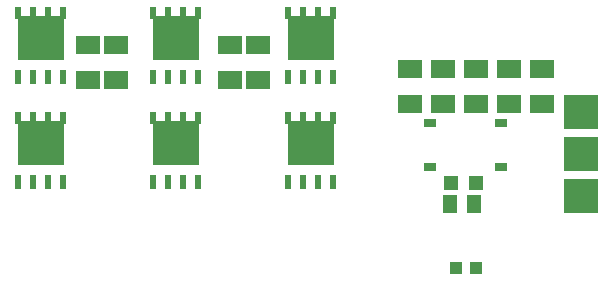
<source format=gbr>
G04 EAGLE Gerber RS-274X export*
G75*
%MOMM*%
%FSLAX34Y34*%
%LPD*%
%INSolderpaste Bottom*%
%IPPOS*%
%AMOC8*
5,1,8,0,0,1.08239X$1,22.5*%
G01*
%ADD10R,0.610000X1.270000*%
%ADD11R,0.610000X1.020000*%
%ADD12R,3.910000X3.810000*%
%ADD13R,1.000000X1.100000*%
%ADD14R,2.000000X1.500000*%
%ADD15R,3.000000X3.000000*%
%ADD16R,1.300000X1.600000*%
%ADD17R,1.200000X1.200000*%
%ADD18R,1.000000X0.700000*%


D10*
X340360Y191740D03*
X327660Y191740D03*
X314960Y191740D03*
X302260Y191740D03*
D11*
X302260Y246390D03*
X314960Y246390D03*
X327660Y246390D03*
X340360Y246390D03*
D12*
X321310Y225340D03*
D10*
X340360Y102840D03*
X327660Y102840D03*
X314960Y102840D03*
X302260Y102840D03*
D11*
X302260Y157490D03*
X314960Y157490D03*
X327660Y157490D03*
X340360Y157490D03*
D12*
X321310Y136440D03*
D10*
X226060Y191740D03*
X213360Y191740D03*
X200660Y191740D03*
X187960Y191740D03*
D11*
X187960Y246390D03*
X200660Y246390D03*
X213360Y246390D03*
X226060Y246390D03*
D12*
X207010Y225340D03*
D10*
X226060Y102840D03*
X213360Y102840D03*
X200660Y102840D03*
X187960Y102840D03*
D11*
X187960Y157490D03*
X200660Y157490D03*
X213360Y157490D03*
X226060Y157490D03*
D12*
X207010Y136440D03*
D10*
X111760Y191740D03*
X99060Y191740D03*
X86360Y191740D03*
X73660Y191740D03*
D11*
X73660Y246390D03*
X86360Y246390D03*
X99060Y246390D03*
X111760Y246390D03*
D12*
X92710Y225340D03*
D10*
X111760Y102840D03*
X99060Y102840D03*
X86360Y102840D03*
X73660Y102840D03*
D11*
X73660Y157490D03*
X86360Y157490D03*
X99060Y157490D03*
X111760Y157490D03*
D12*
X92710Y136440D03*
D13*
X461255Y30480D03*
X444255Y30480D03*
D14*
X276860Y219470D03*
X276860Y189470D03*
X253365Y219470D03*
X253365Y189470D03*
X516890Y199150D03*
X516890Y169150D03*
X488950Y199150D03*
X488950Y169150D03*
X461010Y199150D03*
X461010Y169150D03*
X433070Y199150D03*
X433070Y169150D03*
X405130Y199150D03*
X405130Y169150D03*
D15*
X549910Y91440D03*
X549910Y127000D03*
X550545Y162560D03*
D16*
X439580Y84455D03*
X459580Y84455D03*
D17*
X461350Y102235D03*
X440350Y102235D03*
D18*
X482120Y153120D03*
X422120Y153120D03*
X482120Y116120D03*
X422120Y116120D03*
D14*
X132715Y219470D03*
X132715Y189470D03*
X156210Y219470D03*
X156210Y189470D03*
M02*

</source>
